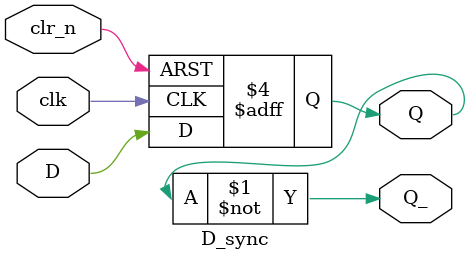
<source format=v>
`timescale 1ns / 1ps


//module JOHNSON(
//    input clk, clr_n,
//    output [3:0]Q
//    );
//    wire [3:0]Q_;
//    D_sync ff0(clk, clr_n, Q_[3], Q[0], Q_[0]);
//    D_sync ff1(clk, clr_n, Q[0], Q[1], Q_[1]);
//    D_sync ff2(clk, clr_n, Q[1], Q[2], Q_[2]);
//    D_sync ff3(clk, clr_n, Q[2], Q[3], Q_[3]);
//endmodule


//////////////////////////////////////////////////////////////////////////////////


module JOHNSON #(parameter size = 4)(
    input clk, clr_n,
    output [size-1:0]Q
    );
    
    wire [size-1:0]Q_;
    
    genvar i;
    generate
        for(i=0; i<size; i=i+1) begin : ff
            if(i == 0)
                D_sync ff0(clk, clr_n, Q_[size-1], Q[i], Q_[i]);
            else 
                D_sync ff1(clk, clr_n, Q[i-1], Q[i], Q_[i]);
        end
    endgenerate
endmodule


//////////////////////////////////////////////////////////////////////////////////


module D_sync(
    input clk, clr_n, D,
    output Q, Q_
    );
    reg Q;
    assign Q_ = ~Q;
    always@(posedge clk, negedge clr_n)
    begin
        if(!clr_n)
            Q <= 4'b0000;
        else
            Q <= D;
    end
endmodule
</source>
